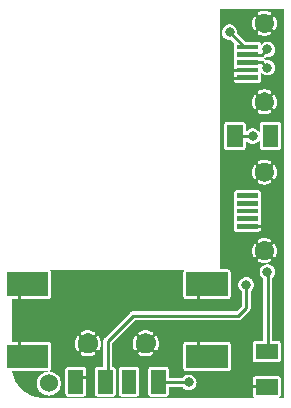
<source format=gbr>
G04 start of page 2 for group 0 idx 0 *
G04 Title: (unknown), top *
G04 Creator: pcb 4.2.0 *
G04 CreationDate: Fri Feb 14 14:13:11 2020 UTC *
G04 For: blinken *
G04 Format: Gerber/RS-274X *
G04 PCB-Dimensions (mm): 65.00 56.00 *
G04 PCB-Coordinate-Origin: lower left *
%MOMM*%
%FSLAX43Y43*%
%LNTOP*%
%ADD20C,1.500*%
%ADD19C,1.300*%
%ADD18C,0.965*%
%ADD17C,0.400*%
%ADD16C,1.524*%
%ADD15C,0.800*%
%ADD14C,1.700*%
%ADD13C,1.600*%
%ADD12C,0.254*%
%ADD11C,0.002*%
G54D11*G36*
X22917Y55500D02*X23700D01*
Y22550D01*
X22917D01*
Y22598D01*
X23240Y22598D01*
X23279Y22608D01*
X23316Y22623D01*
X23350Y22644D01*
X23380Y22670D01*
X23406Y22700D01*
X23427Y22734D01*
X23442Y22771D01*
X23452Y22810D01*
X23454Y22850D01*
X23452Y24190D01*
X23442Y24229D01*
X23427Y24266D01*
X23406Y24300D01*
X23380Y24330D01*
X23350Y24356D01*
X23316Y24377D01*
X23279Y24392D01*
X23240Y24402D01*
X23200Y24404D01*
X22917Y24404D01*
Y25598D01*
X23240Y25598D01*
X23279Y25608D01*
X23316Y25623D01*
X23350Y25644D01*
X23380Y25670D01*
X23406Y25700D01*
X23427Y25734D01*
X23442Y25771D01*
X23452Y25810D01*
X23454Y25850D01*
X23452Y27190D01*
X23442Y27229D01*
X23427Y27266D01*
X23406Y27300D01*
X23380Y27330D01*
X23350Y27356D01*
X23316Y27377D01*
X23279Y27392D01*
X23240Y27402D01*
X23200Y27404D01*
X22917Y27404D01*
Y33031D01*
X22924Y33047D01*
X22948Y33147D01*
X22954Y33250D01*
X22948Y33353D01*
X22924Y33453D01*
X22917Y33469D01*
Y34484D01*
X22929Y34490D01*
X22945Y34503D01*
X22958Y34517D01*
X22969Y34534D01*
X23014Y34621D01*
X23050Y34713D01*
X23077Y34807D01*
X23095Y34903D01*
X23104Y35001D01*
Y35099D01*
X23095Y35197D01*
X23077Y35293D01*
X23050Y35387D01*
X23014Y35479D01*
X22970Y35566D01*
X22959Y35583D01*
X22945Y35598D01*
X22930Y35610D01*
X22917Y35617D01*
Y41134D01*
X22929Y41140D01*
X22945Y41153D01*
X22958Y41167D01*
X22969Y41184D01*
X23014Y41271D01*
X23050Y41363D01*
X23077Y41457D01*
X23095Y41553D01*
X23104Y41651D01*
Y41749D01*
X23095Y41847D01*
X23077Y41943D01*
X23050Y42037D01*
X23014Y42129D01*
X22970Y42216D01*
X22959Y42233D01*
X22945Y42248D01*
X22930Y42260D01*
X22917Y42267D01*
Y43548D01*
X23240Y43548D01*
X23279Y43558D01*
X23316Y43573D01*
X23350Y43594D01*
X23380Y43620D01*
X23406Y43650D01*
X23427Y43684D01*
X23442Y43721D01*
X23452Y43760D01*
X23454Y43800D01*
X23452Y45740D01*
X23442Y45779D01*
X23427Y45816D01*
X23406Y45850D01*
X23380Y45880D01*
X23350Y45906D01*
X23316Y45927D01*
X23279Y45942D01*
X23240Y45952D01*
X23200Y45954D01*
X22917Y45953D01*
Y47084D01*
X22929Y47090D01*
X22945Y47103D01*
X22958Y47117D01*
X22969Y47134D01*
X23014Y47221D01*
X23050Y47313D01*
X23077Y47407D01*
X23095Y47503D01*
X23104Y47601D01*
Y47699D01*
X23095Y47797D01*
X23077Y47893D01*
X23050Y47987D01*
X23014Y48079D01*
X22970Y48166D01*
X22959Y48183D01*
X22945Y48198D01*
X22930Y48210D01*
X22917Y48217D01*
Y50331D01*
X22924Y50347D01*
X22948Y50447D01*
X22954Y50550D01*
X22948Y50653D01*
X22924Y50753D01*
X22917Y50769D01*
Y51881D01*
X22924Y51897D01*
X22948Y51997D01*
X22954Y52100D01*
X22948Y52203D01*
X22924Y52303D01*
X22917Y52319D01*
Y53734D01*
X22929Y53740D01*
X22945Y53753D01*
X22958Y53767D01*
X22969Y53784D01*
X23014Y53871D01*
X23050Y53963D01*
X23077Y54057D01*
X23095Y54153D01*
X23104Y54251D01*
Y54349D01*
X23095Y54447D01*
X23077Y54543D01*
X23050Y54637D01*
X23014Y54729D01*
X22970Y54816D01*
X22959Y54833D01*
X22945Y54848D01*
X22930Y54860D01*
X22917Y54867D01*
Y55500D01*
G37*
G36*
Y50769D02*X22885Y50848D01*
X22831Y50936D01*
X22764Y51014D01*
X22686Y51081D01*
X22598Y51135D01*
X22503Y51174D01*
X22403Y51198D01*
X22300Y51206D01*
X22197Y51198D01*
X22192Y51197D01*
X22130Y51259D01*
X22120Y51270D01*
X22075Y51309D01*
X22050Y51324D01*
Y51326D01*
X22075Y51341D01*
X22120Y51380D01*
X22130Y51391D01*
X22192Y51453D01*
X22197Y51452D01*
X22300Y51444D01*
X22403Y51452D01*
X22503Y51476D01*
X22598Y51515D01*
X22686Y51569D01*
X22764Y51636D01*
X22831Y51714D01*
X22885Y51802D01*
X22917Y51881D01*
Y50769D01*
G37*
G36*
Y45953D02*X22050Y45952D01*
Y46596D01*
X22099D01*
X22197Y46605D01*
X22293Y46623D01*
X22387Y46650D01*
X22479Y46686D01*
X22566Y46730D01*
X22583Y46741D01*
X22598Y46755D01*
X22610Y46770D01*
X22620Y46788D01*
X22627Y46807D01*
X22631Y46827D01*
X22632Y46847D01*
X22629Y46867D01*
X22624Y46886D01*
X22616Y46904D01*
X22604Y46921D01*
X22591Y46936D01*
X22575Y46948D01*
X22557Y46958D01*
X22538Y46965D01*
X22519Y46969D01*
X22499Y46970D01*
X22479Y46967D01*
X22459Y46962D01*
X22441Y46953D01*
X22375Y46919D01*
X22306Y46892D01*
X22234Y46872D01*
X22161Y46858D01*
X22087Y46851D01*
X22050D01*
Y48449D01*
X22087D01*
X22161Y48442D01*
X22234Y48428D01*
X22306Y48408D01*
X22375Y48381D01*
X22442Y48348D01*
X22459Y48339D01*
X22479Y48333D01*
X22499Y48331D01*
X22519Y48332D01*
X22538Y48336D01*
X22557Y48343D01*
X22574Y48352D01*
X22590Y48365D01*
X22604Y48379D01*
X22615Y48396D01*
X22623Y48414D01*
X22629Y48433D01*
X22631Y48453D01*
X22630Y48473D01*
X22626Y48493D01*
X22619Y48512D01*
X22610Y48529D01*
X22597Y48545D01*
X22583Y48558D01*
X22566Y48569D01*
X22479Y48614D01*
X22387Y48650D01*
X22293Y48677D01*
X22197Y48695D01*
X22099Y48704D01*
X22050D01*
Y49945D01*
X22097Y49926D01*
X22197Y49902D01*
X22300Y49894D01*
X22403Y49902D01*
X22503Y49926D01*
X22598Y49965D01*
X22686Y50019D01*
X22764Y50086D01*
X22831Y50164D01*
X22885Y50252D01*
X22917Y50331D01*
Y48217D01*
X22912Y48220D01*
X22893Y48227D01*
X22873Y48231D01*
X22853Y48232D01*
X22833Y48229D01*
X22814Y48224D01*
X22796Y48216D01*
X22779Y48204D01*
X22764Y48191D01*
X22752Y48175D01*
X22742Y48157D01*
X22735Y48138D01*
X22731Y48119D01*
X22730Y48099D01*
X22733Y48079D01*
X22738Y48059D01*
X22747Y48041D01*
X22781Y47975D01*
X22808Y47906D01*
X22828Y47834D01*
X22842Y47761D01*
X22849Y47687D01*
Y47613D01*
X22842Y47539D01*
X22828Y47466D01*
X22808Y47394D01*
X22781Y47325D01*
X22748Y47258D01*
X22739Y47241D01*
X22733Y47221D01*
X22731Y47201D01*
X22732Y47181D01*
X22736Y47162D01*
X22743Y47143D01*
X22752Y47126D01*
X22765Y47110D01*
X22779Y47096D01*
X22796Y47085D01*
X22814Y47077D01*
X22833Y47071D01*
X22853Y47069D01*
X22873Y47070D01*
X22893Y47074D01*
X22912Y47081D01*
X22917Y47084D01*
Y45953D01*
G37*
G36*
Y33469D02*X22885Y33548D01*
X22831Y33636D01*
X22764Y33714D01*
X22686Y33781D01*
X22598Y33835D01*
X22503Y33874D01*
X22403Y33898D01*
X22300Y33906D01*
X22197Y33898D01*
X22097Y33874D01*
X22050Y33855D01*
Y33996D01*
X22099D01*
X22197Y34005D01*
X22293Y34023D01*
X22387Y34050D01*
X22479Y34086D01*
X22566Y34130D01*
X22583Y34141D01*
X22598Y34155D01*
X22610Y34170D01*
X22620Y34188D01*
X22627Y34207D01*
X22631Y34227D01*
X22632Y34247D01*
X22629Y34267D01*
X22624Y34286D01*
X22616Y34304D01*
X22604Y34321D01*
X22591Y34336D01*
X22575Y34348D01*
X22557Y34358D01*
X22538Y34365D01*
X22519Y34369D01*
X22499Y34370D01*
X22479Y34367D01*
X22459Y34362D01*
X22441Y34353D01*
X22375Y34319D01*
X22306Y34292D01*
X22234Y34272D01*
X22161Y34258D01*
X22087Y34251D01*
X22050D01*
Y35849D01*
X22087D01*
X22161Y35842D01*
X22234Y35828D01*
X22306Y35808D01*
X22375Y35781D01*
X22442Y35748D01*
X22459Y35739D01*
X22479Y35733D01*
X22499Y35731D01*
X22519Y35732D01*
X22538Y35736D01*
X22557Y35743D01*
X22574Y35752D01*
X22590Y35765D01*
X22604Y35779D01*
X22615Y35796D01*
X22623Y35814D01*
X22629Y35833D01*
X22631Y35853D01*
X22630Y35873D01*
X22626Y35893D01*
X22619Y35912D01*
X22610Y35929D01*
X22597Y35945D01*
X22583Y35958D01*
X22566Y35969D01*
X22479Y36014D01*
X22387Y36050D01*
X22293Y36077D01*
X22197Y36095D01*
X22099Y36104D01*
X22050D01*
Y40646D01*
X22099D01*
X22197Y40655D01*
X22293Y40673D01*
X22387Y40700D01*
X22479Y40736D01*
X22566Y40780D01*
X22583Y40791D01*
X22598Y40805D01*
X22610Y40820D01*
X22620Y40838D01*
X22627Y40857D01*
X22631Y40877D01*
X22632Y40897D01*
X22629Y40917D01*
X22624Y40936D01*
X22616Y40954D01*
X22604Y40971D01*
X22591Y40986D01*
X22575Y40998D01*
X22557Y41008D01*
X22538Y41015D01*
X22519Y41019D01*
X22499Y41020D01*
X22479Y41017D01*
X22459Y41012D01*
X22441Y41003D01*
X22375Y40969D01*
X22306Y40942D01*
X22234Y40922D01*
X22161Y40908D01*
X22087Y40901D01*
X22050D01*
Y42499D01*
X22087D01*
X22161Y42492D01*
X22234Y42478D01*
X22306Y42458D01*
X22375Y42431D01*
X22442Y42398D01*
X22459Y42389D01*
X22479Y42383D01*
X22499Y42381D01*
X22519Y42382D01*
X22538Y42386D01*
X22557Y42393D01*
X22574Y42402D01*
X22590Y42415D01*
X22604Y42429D01*
X22615Y42446D01*
X22623Y42464D01*
X22629Y42483D01*
X22631Y42503D01*
X22630Y42523D01*
X22626Y42543D01*
X22619Y42562D01*
X22610Y42579D01*
X22597Y42595D01*
X22583Y42608D01*
X22566Y42619D01*
X22479Y42664D01*
X22387Y42700D01*
X22293Y42727D01*
X22197Y42745D01*
X22099Y42754D01*
X22050D01*
Y43546D01*
X22917Y43548D01*
Y42267D01*
X22912Y42270D01*
X22893Y42277D01*
X22873Y42281D01*
X22853Y42282D01*
X22833Y42279D01*
X22814Y42274D01*
X22796Y42266D01*
X22779Y42254D01*
X22764Y42241D01*
X22752Y42225D01*
X22742Y42207D01*
X22735Y42188D01*
X22731Y42169D01*
X22730Y42149D01*
X22733Y42129D01*
X22738Y42109D01*
X22747Y42091D01*
X22781Y42025D01*
X22808Y41956D01*
X22828Y41884D01*
X22842Y41811D01*
X22849Y41737D01*
Y41663D01*
X22842Y41589D01*
X22828Y41516D01*
X22808Y41444D01*
X22781Y41375D01*
X22748Y41308D01*
X22739Y41291D01*
X22733Y41271D01*
X22731Y41251D01*
X22732Y41231D01*
X22736Y41212D01*
X22743Y41193D01*
X22752Y41176D01*
X22765Y41160D01*
X22779Y41146D01*
X22796Y41135D01*
X22814Y41127D01*
X22833Y41121D01*
X22853Y41119D01*
X22873Y41120D01*
X22893Y41124D01*
X22912Y41131D01*
X22917Y41134D01*
Y35617D01*
X22912Y35620D01*
X22893Y35627D01*
X22873Y35631D01*
X22853Y35632D01*
X22833Y35629D01*
X22814Y35624D01*
X22796Y35616D01*
X22779Y35604D01*
X22764Y35591D01*
X22752Y35575D01*
X22742Y35557D01*
X22735Y35538D01*
X22731Y35519D01*
X22730Y35499D01*
X22733Y35479D01*
X22738Y35459D01*
X22747Y35441D01*
X22781Y35375D01*
X22808Y35306D01*
X22828Y35234D01*
X22842Y35161D01*
X22849Y35087D01*
Y35013D01*
X22842Y34939D01*
X22828Y34866D01*
X22808Y34794D01*
X22781Y34725D01*
X22748Y34658D01*
X22739Y34641D01*
X22733Y34621D01*
X22731Y34601D01*
X22732Y34581D01*
X22736Y34562D01*
X22743Y34543D01*
X22752Y34526D01*
X22765Y34510D01*
X22779Y34496D01*
X22796Y34485D01*
X22814Y34477D01*
X22833Y34471D01*
X22853Y34469D01*
X22873Y34470D01*
X22893Y34474D01*
X22912Y34481D01*
X22917Y34484D01*
Y33469D01*
G37*
G36*
Y27404D02*X22731Y27403D01*
Y32758D01*
X22764Y32786D01*
X22831Y32864D01*
X22885Y32952D01*
X22917Y33031D01*
Y27404D01*
G37*
G36*
Y24404D02*X22050Y24403D01*
Y25597D01*
X22917Y25598D01*
Y24404D01*
G37*
G36*
Y22550D02*X22050D01*
Y22597D01*
X22917Y22598D01*
Y22550D01*
G37*
G36*
X22050Y55500D02*X22917D01*
Y54867D01*
X22912Y54870D01*
X22893Y54877D01*
X22873Y54881D01*
X22853Y54882D01*
X22833Y54879D01*
X22814Y54874D01*
X22796Y54866D01*
X22779Y54854D01*
X22764Y54841D01*
X22752Y54825D01*
X22742Y54807D01*
X22735Y54788D01*
X22731Y54769D01*
X22730Y54749D01*
X22733Y54729D01*
X22738Y54709D01*
X22747Y54691D01*
X22781Y54625D01*
X22808Y54556D01*
X22828Y54484D01*
X22842Y54411D01*
X22849Y54337D01*
Y54263D01*
X22842Y54189D01*
X22828Y54116D01*
X22808Y54044D01*
X22781Y53975D01*
X22748Y53908D01*
X22739Y53891D01*
X22733Y53871D01*
X22731Y53851D01*
X22732Y53831D01*
X22736Y53812D01*
X22743Y53793D01*
X22752Y53776D01*
X22765Y53760D01*
X22779Y53746D01*
X22796Y53735D01*
X22814Y53727D01*
X22833Y53721D01*
X22853Y53719D01*
X22873Y53720D01*
X22893Y53724D01*
X22912Y53731D01*
X22917Y53734D01*
Y52319D01*
X22885Y52398D01*
X22831Y52486D01*
X22764Y52564D01*
X22686Y52631D01*
X22598Y52685D01*
X22503Y52724D01*
X22403Y52748D01*
X22300Y52756D01*
X22197Y52748D01*
X22097Y52724D01*
X22050Y52705D01*
Y53246D01*
X22099D01*
X22197Y53255D01*
X22293Y53273D01*
X22387Y53300D01*
X22479Y53336D01*
X22566Y53380D01*
X22583Y53391D01*
X22598Y53405D01*
X22610Y53420D01*
X22620Y53438D01*
X22627Y53457D01*
X22631Y53477D01*
X22632Y53497D01*
X22629Y53517D01*
X22624Y53536D01*
X22616Y53554D01*
X22604Y53571D01*
X22591Y53586D01*
X22575Y53598D01*
X22557Y53608D01*
X22538Y53615D01*
X22519Y53619D01*
X22499Y53620D01*
X22479Y53617D01*
X22459Y53612D01*
X22441Y53603D01*
X22375Y53569D01*
X22306Y53542D01*
X22234Y53522D01*
X22161Y53508D01*
X22087Y53501D01*
X22050D01*
Y55099D01*
X22087D01*
X22161Y55092D01*
X22234Y55078D01*
X22306Y55058D01*
X22375Y55031D01*
X22442Y54998D01*
X22459Y54989D01*
X22479Y54983D01*
X22499Y54981D01*
X22519Y54982D01*
X22538Y54986D01*
X22557Y54993D01*
X22574Y55002D01*
X22590Y55015D01*
X22604Y55029D01*
X22615Y55046D01*
X22623Y55064D01*
X22629Y55083D01*
X22631Y55103D01*
X22630Y55123D01*
X22626Y55143D01*
X22619Y55162D01*
X22610Y55179D01*
X22597Y55195D01*
X22583Y55208D01*
X22566Y55219D01*
X22479Y55264D01*
X22387Y55300D01*
X22293Y55327D01*
X22197Y55345D01*
X22099Y55354D01*
X22050D01*
Y55500D01*
G37*
G36*
Y51324D02*X22049Y51325D01*
X22050Y51326D01*
Y51324D01*
G37*
G36*
Y45952D02*X21860Y45952D01*
X21821Y45942D01*
X21784Y45927D01*
X21750Y45906D01*
X21720Y45880D01*
X21694Y45850D01*
X21673Y45816D01*
X21658Y45779D01*
X21648Y45740D01*
X21646Y45700D01*
X21647Y45018D01*
X21635Y45048D01*
X21581Y45136D01*
X21514Y45214D01*
X21436Y45281D01*
X21348Y45335D01*
X21253Y45374D01*
X21183Y45391D01*
Y47083D01*
X21188Y47080D01*
X21207Y47073D01*
X21227Y47069D01*
X21247Y47068D01*
X21267Y47071D01*
X21286Y47076D01*
X21304Y47084D01*
X21321Y47096D01*
X21336Y47109D01*
X21348Y47125D01*
X21358Y47143D01*
X21365Y47162D01*
X21369Y47181D01*
X21370Y47201D01*
X21367Y47221D01*
X21362Y47241D01*
X21353Y47259D01*
X21319Y47325D01*
X21292Y47394D01*
X21272Y47466D01*
X21258Y47539D01*
X21251Y47613D01*
Y47687D01*
X21258Y47761D01*
X21272Y47834D01*
X21292Y47906D01*
X21319Y47975D01*
X21352Y48042D01*
X21361Y48059D01*
X21367Y48079D01*
X21369Y48099D01*
X21368Y48119D01*
X21364Y48138D01*
X21357Y48157D01*
X21348Y48174D01*
X21335Y48190D01*
X21321Y48204D01*
X21304Y48215D01*
X21286Y48223D01*
X21267Y48229D01*
X21247Y48231D01*
X21227Y48230D01*
X21207Y48226D01*
X21188Y48219D01*
X21183Y48216D01*
Y49248D01*
X21540Y49248D01*
X21579Y49258D01*
X21616Y49273D01*
X21650Y49294D01*
X21680Y49320D01*
X21706Y49350D01*
X21727Y49384D01*
X21742Y49421D01*
X21752Y49460D01*
X21754Y49500D01*
X21752Y49940D01*
X21742Y49979D01*
X21727Y50016D01*
X21721Y50025D01*
X21727Y50034D01*
X21742Y50071D01*
X21752Y50110D01*
X21754Y50150D01*
X21754Y50190D01*
X21769Y50164D01*
X21836Y50086D01*
X21914Y50019D01*
X22002Y49965D01*
X22050Y49945D01*
Y48704D01*
X22001D01*
X21903Y48695D01*
X21807Y48677D01*
X21713Y48650D01*
X21621Y48614D01*
X21534Y48570D01*
X21517Y48559D01*
X21502Y48545D01*
X21490Y48530D01*
X21480Y48512D01*
X21473Y48493D01*
X21469Y48473D01*
X21468Y48453D01*
X21471Y48433D01*
X21476Y48414D01*
X21484Y48396D01*
X21496Y48379D01*
X21509Y48364D01*
X21525Y48352D01*
X21543Y48342D01*
X21562Y48335D01*
X21581Y48331D01*
X21601Y48330D01*
X21621Y48333D01*
X21641Y48338D01*
X21659Y48347D01*
X21725Y48381D01*
X21794Y48408D01*
X21866Y48428D01*
X21939Y48442D01*
X22013Y48449D01*
X22050D01*
Y46851D01*
X22013D01*
X21939Y46858D01*
X21866Y46872D01*
X21794Y46892D01*
X21725Y46919D01*
X21658Y46952D01*
X21641Y46961D01*
X21621Y46967D01*
X21601Y46969D01*
X21581Y46968D01*
X21562Y46964D01*
X21543Y46957D01*
X21526Y46948D01*
X21510Y46935D01*
X21496Y46921D01*
X21485Y46904D01*
X21477Y46886D01*
X21471Y46867D01*
X21469Y46847D01*
X21470Y46827D01*
X21474Y46807D01*
X21481Y46788D01*
X21490Y46771D01*
X21503Y46755D01*
X21517Y46742D01*
X21534Y46731D01*
X21621Y46686D01*
X21713Y46650D01*
X21807Y46623D01*
X21903Y46605D01*
X22001Y46596D01*
X22050D01*
Y45952D01*
G37*
G36*
X21183Y45391D02*X21153Y45398D01*
X21050Y45406D01*
X20947Y45398D01*
X20847Y45374D01*
X20752Y45335D01*
X20699Y45302D01*
Y49247D01*
X21183Y49248D01*
Y48216D01*
X21171Y48210D01*
X21155Y48197D01*
X21142Y48183D01*
X21131Y48166D01*
X21086Y48079D01*
X21050Y47987D01*
X21023Y47893D01*
X21005Y47797D01*
X20996Y47699D01*
Y47601D01*
X21005Y47503D01*
X21023Y47407D01*
X21050Y47313D01*
X21086Y47221D01*
X21130Y47134D01*
X21141Y47117D01*
X21155Y47102D01*
X21170Y47090D01*
X21183Y47083D01*
Y45391D01*
G37*
G36*
Y25624D02*X21184Y25623D01*
X21221Y25608D01*
X21260Y25598D01*
X21300Y25596D01*
X22050Y25597D01*
Y24403D01*
X21260Y24402D01*
X21221Y24392D01*
X21184Y24377D01*
X21183Y24376D01*
Y25624D01*
G37*
G36*
Y36648D02*X21540Y36648D01*
X21579Y36658D01*
X21616Y36673D01*
X21650Y36694D01*
X21680Y36720D01*
X21706Y36750D01*
X21727Y36784D01*
X21742Y36821D01*
X21752Y36860D01*
X21754Y36900D01*
X21752Y37340D01*
X21742Y37379D01*
X21727Y37416D01*
X21721Y37425D01*
X21727Y37434D01*
X21742Y37471D01*
X21752Y37510D01*
X21754Y37550D01*
X21752Y37990D01*
X21742Y38029D01*
X21727Y38066D01*
X21721Y38075D01*
X21727Y38084D01*
X21742Y38121D01*
X21752Y38160D01*
X21754Y38200D01*
X21752Y38640D01*
X21742Y38679D01*
X21727Y38716D01*
X21721Y38725D01*
X21727Y38734D01*
X21742Y38771D01*
X21752Y38810D01*
X21754Y38850D01*
X21752Y39290D01*
X21742Y39329D01*
X21727Y39366D01*
X21721Y39375D01*
X21727Y39384D01*
X21742Y39421D01*
X21752Y39460D01*
X21754Y39500D01*
X21752Y39940D01*
X21742Y39979D01*
X21727Y40016D01*
X21706Y40050D01*
X21680Y40080D01*
X21650Y40106D01*
X21616Y40127D01*
X21579Y40142D01*
X21540Y40152D01*
X21500Y40154D01*
X21183Y40154D01*
Y41133D01*
X21188Y41130D01*
X21207Y41123D01*
X21227Y41119D01*
X21247Y41118D01*
X21267Y41121D01*
X21286Y41126D01*
X21304Y41134D01*
X21321Y41146D01*
X21336Y41159D01*
X21348Y41175D01*
X21358Y41193D01*
X21365Y41212D01*
X21369Y41231D01*
X21370Y41251D01*
X21367Y41271D01*
X21362Y41291D01*
X21353Y41309D01*
X21319Y41375D01*
X21292Y41444D01*
X21272Y41516D01*
X21258Y41589D01*
X21251Y41663D01*
Y41737D01*
X21258Y41811D01*
X21272Y41884D01*
X21292Y41956D01*
X21319Y42025D01*
X21352Y42092D01*
X21361Y42109D01*
X21367Y42129D01*
X21369Y42149D01*
X21368Y42169D01*
X21364Y42188D01*
X21357Y42207D01*
X21348Y42224D01*
X21335Y42240D01*
X21321Y42254D01*
X21304Y42265D01*
X21286Y42273D01*
X21267Y42279D01*
X21247Y42281D01*
X21227Y42280D01*
X21207Y42276D01*
X21188Y42269D01*
X21183Y42266D01*
Y44109D01*
X21253Y44126D01*
X21348Y44165D01*
X21436Y44219D01*
X21514Y44286D01*
X21581Y44364D01*
X21635Y44452D01*
X21647Y44483D01*
X21648Y43760D01*
X21658Y43721D01*
X21673Y43684D01*
X21694Y43650D01*
X21720Y43620D01*
X21750Y43594D01*
X21784Y43573D01*
X21821Y43558D01*
X21860Y43548D01*
X21900Y43546D01*
X22050Y43546D01*
Y42754D01*
X22001D01*
X21903Y42745D01*
X21807Y42727D01*
X21713Y42700D01*
X21621Y42664D01*
X21534Y42620D01*
X21517Y42609D01*
X21502Y42595D01*
X21490Y42580D01*
X21480Y42562D01*
X21473Y42543D01*
X21469Y42523D01*
X21468Y42503D01*
X21471Y42483D01*
X21476Y42464D01*
X21484Y42446D01*
X21496Y42429D01*
X21509Y42414D01*
X21525Y42402D01*
X21543Y42392D01*
X21562Y42385D01*
X21581Y42381D01*
X21601Y42380D01*
X21621Y42383D01*
X21641Y42388D01*
X21659Y42397D01*
X21725Y42431D01*
X21794Y42458D01*
X21866Y42478D01*
X21939Y42492D01*
X22013Y42499D01*
X22050D01*
Y40901D01*
X22013D01*
X21939Y40908D01*
X21866Y40922D01*
X21794Y40942D01*
X21725Y40969D01*
X21658Y41002D01*
X21641Y41011D01*
X21621Y41017D01*
X21601Y41019D01*
X21581Y41018D01*
X21562Y41014D01*
X21543Y41007D01*
X21526Y40998D01*
X21510Y40985D01*
X21496Y40971D01*
X21485Y40954D01*
X21477Y40936D01*
X21471Y40917D01*
X21469Y40897D01*
X21470Y40877D01*
X21474Y40857D01*
X21481Y40838D01*
X21490Y40821D01*
X21503Y40805D01*
X21517Y40792D01*
X21534Y40781D01*
X21621Y40736D01*
X21713Y40700D01*
X21807Y40673D01*
X21903Y40655D01*
X22001Y40646D01*
X22050D01*
Y36104D01*
X22001D01*
X21903Y36095D01*
X21807Y36077D01*
X21713Y36050D01*
X21621Y36014D01*
X21534Y35970D01*
X21517Y35959D01*
X21502Y35945D01*
X21490Y35930D01*
X21480Y35912D01*
X21473Y35893D01*
X21469Y35873D01*
X21468Y35853D01*
X21471Y35833D01*
X21476Y35814D01*
X21484Y35796D01*
X21496Y35779D01*
X21509Y35764D01*
X21525Y35752D01*
X21543Y35742D01*
X21562Y35735D01*
X21581Y35731D01*
X21601Y35730D01*
X21621Y35733D01*
X21641Y35738D01*
X21659Y35747D01*
X21725Y35781D01*
X21794Y35808D01*
X21866Y35828D01*
X21939Y35842D01*
X22013Y35849D01*
X22050D01*
Y34251D01*
X22013D01*
X21939Y34258D01*
X21866Y34272D01*
X21794Y34292D01*
X21725Y34319D01*
X21658Y34352D01*
X21641Y34361D01*
X21621Y34367D01*
X21601Y34369D01*
X21581Y34368D01*
X21562Y34364D01*
X21543Y34357D01*
X21526Y34348D01*
X21510Y34335D01*
X21496Y34321D01*
X21485Y34304D01*
X21477Y34286D01*
X21471Y34267D01*
X21469Y34247D01*
X21470Y34227D01*
X21474Y34207D01*
X21481Y34188D01*
X21490Y34171D01*
X21503Y34155D01*
X21517Y34142D01*
X21534Y34131D01*
X21621Y34086D01*
X21713Y34050D01*
X21807Y34023D01*
X21903Y34005D01*
X22001Y33996D01*
X22050D01*
Y33855D01*
X22002Y33835D01*
X21914Y33781D01*
X21836Y33714D01*
X21769Y33636D01*
X21715Y33548D01*
X21676Y33453D01*
X21652Y33353D01*
X21644Y33250D01*
X21652Y33147D01*
X21676Y33047D01*
X21715Y32952D01*
X21769Y32864D01*
X21836Y32786D01*
X21914Y32719D01*
X21969Y32686D01*
Y27402D01*
X21260Y27402D01*
X21221Y27392D01*
X21184Y27377D01*
X21183Y27376D01*
Y34483D01*
X21188Y34480D01*
X21207Y34473D01*
X21227Y34469D01*
X21247Y34468D01*
X21267Y34471D01*
X21286Y34476D01*
X21304Y34484D01*
X21321Y34496D01*
X21336Y34509D01*
X21348Y34525D01*
X21358Y34543D01*
X21365Y34562D01*
X21369Y34581D01*
X21370Y34601D01*
X21367Y34621D01*
X21362Y34641D01*
X21353Y34659D01*
X21319Y34725D01*
X21292Y34794D01*
X21272Y34866D01*
X21258Y34939D01*
X21251Y35013D01*
Y35087D01*
X21258Y35161D01*
X21272Y35234D01*
X21292Y35306D01*
X21319Y35375D01*
X21352Y35442D01*
X21361Y35459D01*
X21367Y35479D01*
X21369Y35499D01*
X21368Y35519D01*
X21364Y35538D01*
X21357Y35557D01*
X21348Y35574D01*
X21335Y35590D01*
X21321Y35604D01*
X21304Y35615D01*
X21286Y35623D01*
X21267Y35629D01*
X21247Y35631D01*
X21227Y35630D01*
X21207Y35626D01*
X21188Y35619D01*
X21183Y35616D01*
Y36648D01*
G37*
G36*
X22050Y22550D02*X21183D01*
Y22624D01*
X21184Y22623D01*
X21221Y22608D01*
X21260Y22598D01*
X21300Y22596D01*
X22050Y22597D01*
Y22550D01*
G37*
G36*
X21183Y40154D02*X20699Y40153D01*
Y44198D01*
X20752Y44165D01*
X20847Y44126D01*
X20947Y44102D01*
X21050Y44094D01*
X21153Y44102D01*
X21183Y44109D01*
Y42266D01*
X21171Y42260D01*
X21155Y42247D01*
X21142Y42233D01*
X21131Y42216D01*
X21086Y42129D01*
X21050Y42037D01*
X21023Y41943D01*
X21005Y41847D01*
X20996Y41749D01*
Y41651D01*
X21005Y41553D01*
X21023Y41457D01*
X21050Y41363D01*
X21086Y41271D01*
X21130Y41184D01*
X21141Y41167D01*
X21155Y41152D01*
X21170Y41140D01*
X21183Y41133D01*
Y40154D01*
G37*
G36*
Y22550D02*X20699D01*
Y29860D01*
X20759Y29920D01*
X20770Y29930D01*
X20809Y29975D01*
X20809Y29975D01*
X20841Y30026D01*
X20863Y30082D01*
X20877Y30140D01*
X20882Y30200D01*
X20881Y30215D01*
Y31616D01*
X20886Y31619D01*
X20964Y31686D01*
X21031Y31764D01*
X21085Y31852D01*
X21124Y31947D01*
X21148Y32047D01*
X21154Y32150D01*
X21148Y32253D01*
X21124Y32353D01*
X21085Y32448D01*
X21031Y32536D01*
X20964Y32614D01*
X20886Y32681D01*
X20798Y32735D01*
X20703Y32774D01*
X20699Y32775D01*
Y36647D01*
X21183Y36648D01*
Y35616D01*
X21171Y35610D01*
X21155Y35597D01*
X21142Y35583D01*
X21131Y35566D01*
X21086Y35479D01*
X21050Y35387D01*
X21023Y35293D01*
X21005Y35197D01*
X20996Y35099D01*
Y35001D01*
X21005Y34903D01*
X21023Y34807D01*
X21050Y34713D01*
X21086Y34621D01*
X21130Y34534D01*
X21141Y34517D01*
X21155Y34502D01*
X21170Y34490D01*
X21183Y34483D01*
Y27376D01*
X21150Y27356D01*
X21120Y27330D01*
X21094Y27300D01*
X21073Y27266D01*
X21058Y27229D01*
X21048Y27190D01*
X21046Y27150D01*
X21048Y25810D01*
X21058Y25771D01*
X21073Y25734D01*
X21094Y25700D01*
X21120Y25670D01*
X21150Y25644D01*
X21183Y25624D01*
Y24376D01*
X21150Y24356D01*
X21120Y24330D01*
X21094Y24300D01*
X21073Y24266D01*
X21058Y24229D01*
X21048Y24190D01*
X21046Y24150D01*
X21048Y22810D01*
X21058Y22771D01*
X21073Y22734D01*
X21094Y22700D01*
X21120Y22670D01*
X21150Y22644D01*
X21183Y22624D01*
Y22550D01*
G37*
G36*
Y55500D02*X22050D01*
Y55354D01*
X22001D01*
X21903Y55345D01*
X21807Y55327D01*
X21713Y55300D01*
X21621Y55264D01*
X21534Y55220D01*
X21517Y55209D01*
X21502Y55195D01*
X21490Y55180D01*
X21480Y55162D01*
X21473Y55143D01*
X21469Y55123D01*
X21468Y55103D01*
X21471Y55083D01*
X21476Y55064D01*
X21484Y55046D01*
X21496Y55029D01*
X21509Y55014D01*
X21525Y55002D01*
X21543Y54992D01*
X21562Y54985D01*
X21581Y54981D01*
X21601Y54980D01*
X21621Y54983D01*
X21641Y54988D01*
X21659Y54997D01*
X21725Y55031D01*
X21794Y55058D01*
X21866Y55078D01*
X21939Y55092D01*
X22013Y55099D01*
X22050D01*
Y53501D01*
X22013D01*
X21939Y53508D01*
X21866Y53522D01*
X21794Y53542D01*
X21725Y53569D01*
X21658Y53602D01*
X21641Y53611D01*
X21621Y53617D01*
X21601Y53619D01*
X21581Y53618D01*
X21562Y53614D01*
X21543Y53607D01*
X21526Y53598D01*
X21510Y53585D01*
X21496Y53571D01*
X21485Y53554D01*
X21477Y53536D01*
X21471Y53517D01*
X21469Y53497D01*
X21470Y53477D01*
X21474Y53457D01*
X21481Y53438D01*
X21490Y53421D01*
X21503Y53405D01*
X21517Y53392D01*
X21534Y53381D01*
X21621Y53336D01*
X21713Y53300D01*
X21807Y53273D01*
X21903Y53255D01*
X22001Y53246D01*
X22050D01*
Y52705D01*
X22002Y52685D01*
X21914Y52631D01*
X21836Y52564D01*
X21769Y52486D01*
X21752Y52458D01*
X21752Y52540D01*
X21742Y52579D01*
X21727Y52616D01*
X21706Y52650D01*
X21680Y52680D01*
X21650Y52706D01*
X21616Y52727D01*
X21579Y52742D01*
X21540Y52752D01*
X21500Y52754D01*
X21183Y52754D01*
Y53733D01*
X21188Y53730D01*
X21207Y53723D01*
X21227Y53719D01*
X21247Y53718D01*
X21267Y53721D01*
X21286Y53726D01*
X21304Y53734D01*
X21321Y53746D01*
X21336Y53759D01*
X21348Y53775D01*
X21358Y53793D01*
X21365Y53812D01*
X21369Y53831D01*
X21370Y53851D01*
X21367Y53871D01*
X21362Y53891D01*
X21353Y53909D01*
X21319Y53975D01*
X21292Y54044D01*
X21272Y54116D01*
X21258Y54189D01*
X21251Y54263D01*
Y54337D01*
X21258Y54411D01*
X21272Y54484D01*
X21292Y54556D01*
X21319Y54625D01*
X21352Y54692D01*
X21361Y54709D01*
X21367Y54729D01*
X21369Y54749D01*
X21368Y54769D01*
X21364Y54788D01*
X21357Y54807D01*
X21348Y54824D01*
X21335Y54840D01*
X21321Y54854D01*
X21304Y54865D01*
X21286Y54873D01*
X21267Y54879D01*
X21247Y54881D01*
X21227Y54880D01*
X21207Y54876D01*
X21188Y54869D01*
X21183Y54866D01*
Y55500D01*
G37*
G36*
X20699D02*X21183D01*
Y54866D01*
X21171Y54860D01*
X21155Y54847D01*
X21142Y54833D01*
X21131Y54816D01*
X21086Y54729D01*
X21050Y54637D01*
X21023Y54543D01*
X21005Y54447D01*
X20996Y54349D01*
Y54251D01*
X21005Y54153D01*
X21023Y54057D01*
X21050Y53963D01*
X21086Y53871D01*
X21130Y53784D01*
X21141Y53767D01*
X21155Y53752D01*
X21170Y53740D01*
X21183Y53733D01*
Y52754D01*
X20699Y52753D01*
Y55500D01*
G37*
G36*
X17200Y29169D02*X19835D01*
X19850Y29168D01*
X19910Y29173D01*
X19910Y29173D01*
X19968Y29187D01*
X20024Y29209D01*
X20075Y29241D01*
X20120Y29280D01*
X20130Y29291D01*
X20699Y29860D01*
Y22550D01*
X17200D01*
Y24847D01*
X18990Y24848D01*
X19029Y24858D01*
X19066Y24873D01*
X19100Y24894D01*
X19130Y24920D01*
X19156Y24950D01*
X19177Y24984D01*
X19192Y25021D01*
X19202Y25060D01*
X19204Y25100D01*
X19202Y27140D01*
X19192Y27179D01*
X19177Y27216D01*
X19156Y27250D01*
X19130Y27280D01*
X19100Y27306D01*
X19066Y27327D01*
X19029Y27342D01*
X18990Y27352D01*
X18950Y27354D01*
X17200Y27353D01*
Y29169D01*
G37*
G36*
X12911D02*X17200D01*
Y27353D01*
X15410Y27352D01*
X15371Y27342D01*
X15334Y27327D01*
X15300Y27306D01*
X15270Y27280D01*
X15244Y27250D01*
X15223Y27216D01*
X15208Y27179D01*
X15198Y27140D01*
X15196Y27100D01*
X15198Y25060D01*
X15208Y25021D01*
X15223Y24984D01*
X15244Y24950D01*
X15270Y24920D01*
X15300Y24894D01*
X15334Y24873D01*
X15371Y24858D01*
X15410Y24848D01*
X15450Y24846D01*
X17200Y24847D01*
Y22550D01*
X12911D01*
Y22697D01*
X13740Y22698D01*
X13779Y22708D01*
X13816Y22723D01*
X13850Y22744D01*
X13880Y22770D01*
X13906Y22800D01*
X13927Y22834D01*
X13942Y22871D01*
X13952Y22910D01*
X13954Y22950D01*
X13953Y23519D01*
X15116D01*
X15119Y23514D01*
X15186Y23436D01*
X15264Y23369D01*
X15352Y23315D01*
X15447Y23276D01*
X15547Y23252D01*
X15650Y23244D01*
X15753Y23252D01*
X15853Y23276D01*
X15948Y23315D01*
X16036Y23369D01*
X16114Y23436D01*
X16181Y23514D01*
X16235Y23602D01*
X16274Y23697D01*
X16298Y23797D01*
X16304Y23900D01*
X16298Y24003D01*
X16274Y24103D01*
X16235Y24198D01*
X16181Y24286D01*
X16114Y24364D01*
X16036Y24431D01*
X15948Y24485D01*
X15853Y24524D01*
X15753Y24548D01*
X15650Y24556D01*
X15547Y24548D01*
X15447Y24524D01*
X15352Y24485D01*
X15264Y24431D01*
X15186Y24364D01*
X15119Y24286D01*
X15116Y24281D01*
X13952D01*
X13952Y24990D01*
X13942Y25029D01*
X13927Y25066D01*
X13906Y25100D01*
X13880Y25130D01*
X13850Y25156D01*
X13816Y25177D01*
X13779Y25192D01*
X13740Y25202D01*
X13700Y25204D01*
X12911Y25203D01*
Y26601D01*
X12914Y26603D01*
X12930Y26615D01*
X12944Y26630D01*
X12955Y26646D01*
X13001Y26731D01*
X13038Y26821D01*
X13067Y26913D01*
X13088Y27007D01*
X13101Y27103D01*
X13105Y27200D01*
X13101Y27297D01*
X13088Y27393D01*
X13067Y27487D01*
X13038Y27579D01*
X13001Y27669D01*
X12956Y27754D01*
X12945Y27771D01*
X12931Y27785D01*
X12915Y27798D01*
X12911Y27800D01*
Y29169D01*
G37*
G36*
X12000D02*X12911D01*
Y27800D01*
X12897Y27807D01*
X12878Y27814D01*
X12858Y27818D01*
X12838Y27818D01*
X12818Y27815D01*
X12799Y27810D01*
X12781Y27801D01*
X12764Y27790D01*
X12750Y27776D01*
X12738Y27760D01*
X12728Y27742D01*
X12721Y27723D01*
X12718Y27703D01*
X12717Y27683D01*
X12720Y27663D01*
X12726Y27644D01*
X12735Y27626D01*
X12770Y27560D01*
X12798Y27492D01*
X12821Y27421D01*
X12837Y27348D01*
X12847Y27274D01*
X12850Y27200D01*
X12847Y27126D01*
X12837Y27052D01*
X12821Y26979D01*
X12798Y26908D01*
X12770Y26840D01*
X12735Y26774D01*
X12726Y26756D01*
X12721Y26737D01*
X12718Y26717D01*
X12718Y26697D01*
X12722Y26677D01*
X12729Y26658D01*
X12738Y26641D01*
X12750Y26625D01*
X12765Y26611D01*
X12781Y26600D01*
X12799Y26591D01*
X12819Y26585D01*
X12838Y26583D01*
X12858Y26583D01*
X12878Y26587D01*
X12897Y26593D01*
X12911Y26601D01*
Y25203D01*
X12410Y25202D01*
X12371Y25192D01*
X12334Y25177D01*
X12300Y25156D01*
X12270Y25130D01*
X12244Y25100D01*
X12223Y25066D01*
X12208Y25029D01*
X12198Y24990D01*
X12196Y24950D01*
X12198Y22910D01*
X12208Y22871D01*
X12223Y22834D01*
X12244Y22800D01*
X12270Y22770D01*
X12300Y22744D01*
X12334Y22723D01*
X12371Y22708D01*
X12410Y22698D01*
X12450Y22696D01*
X12911Y22697D01*
Y22550D01*
X12000D01*
Y26095D01*
X12097Y26099D01*
X12193Y26112D01*
X12287Y26133D01*
X12379Y26162D01*
X12469Y26199D01*
X12554Y26244D01*
X12571Y26255D01*
X12585Y26269D01*
X12598Y26285D01*
X12607Y26303D01*
X12614Y26322D01*
X12618Y26342D01*
X12618Y26362D01*
X12615Y26382D01*
X12610Y26401D01*
X12601Y26419D01*
X12590Y26436D01*
X12576Y26450D01*
X12560Y26462D01*
X12542Y26472D01*
X12523Y26479D01*
X12503Y26482D01*
X12483Y26483D01*
X12463Y26480D01*
X12444Y26474D01*
X12426Y26465D01*
X12360Y26430D01*
X12292Y26402D01*
X12221Y26379D01*
X12148Y26363D01*
X12074Y26353D01*
X12000Y26350D01*
Y28050D01*
X12074Y28047D01*
X12148Y28037D01*
X12221Y28021D01*
X12292Y27998D01*
X12360Y27970D01*
X12426Y27935D01*
X12444Y27926D01*
X12463Y27921D01*
X12483Y27918D01*
X12503Y27918D01*
X12523Y27922D01*
X12542Y27929D01*
X12559Y27938D01*
X12575Y27950D01*
X12589Y27965D01*
X12600Y27981D01*
X12609Y27999D01*
X12615Y28019D01*
X12617Y28038D01*
X12617Y28058D01*
X12613Y28078D01*
X12607Y28097D01*
X12597Y28114D01*
X12585Y28130D01*
X12570Y28144D01*
X12554Y28155D01*
X12469Y28201D01*
X12379Y28238D01*
X12287Y28267D01*
X12193Y28288D01*
X12097Y28301D01*
X12000Y28305D01*
Y29169D01*
G37*
G36*
X18300Y55500D02*X20699D01*
Y52753D01*
X20436Y52753D01*
X19747Y53442D01*
X19748Y53447D01*
X19754Y53550D01*
X19748Y53653D01*
X19724Y53753D01*
X19685Y53848D01*
X19631Y53936D01*
X19564Y54014D01*
X19486Y54081D01*
X19398Y54135D01*
X19303Y54174D01*
X19203Y54198D01*
X19100Y54206D01*
X18997Y54198D01*
X18897Y54174D01*
X18802Y54135D01*
X18714Y54081D01*
X18636Y54014D01*
X18569Y53936D01*
X18515Y53848D01*
X18476Y53753D01*
X18452Y53653D01*
X18444Y53550D01*
X18452Y53447D01*
X18476Y53347D01*
X18515Y53252D01*
X18569Y53164D01*
X18636Y53086D01*
X18714Y53019D01*
X18802Y52965D01*
X18897Y52926D01*
X18997Y52902D01*
X19100Y52894D01*
X19203Y52902D01*
X19208Y52903D01*
X19482Y52630D01*
X19473Y52616D01*
X19458Y52579D01*
X19448Y52540D01*
X19446Y52500D01*
X19448Y52060D01*
X19458Y52021D01*
X19473Y51984D01*
X19479Y51975D01*
X19473Y51966D01*
X19458Y51929D01*
X19448Y51890D01*
X19446Y51850D01*
X19448Y51410D01*
X19458Y51371D01*
X19473Y51334D01*
X19479Y51325D01*
X19473Y51316D01*
X19458Y51279D01*
X19448Y51240D01*
X19446Y51200D01*
X19448Y50760D01*
X19458Y50721D01*
X19473Y50684D01*
X19479Y50675D01*
X19473Y50666D01*
X19458Y50629D01*
X19448Y50590D01*
X19446Y50550D01*
X19448Y50110D01*
X19458Y50071D01*
X19473Y50034D01*
X19479Y50025D01*
X19473Y50016D01*
X19458Y49979D01*
X19448Y49940D01*
X19446Y49900D01*
X19448Y49460D01*
X19458Y49421D01*
X19473Y49384D01*
X19494Y49350D01*
X19520Y49320D01*
X19550Y49294D01*
X19584Y49273D01*
X19621Y49258D01*
X19660Y49248D01*
X19700Y49246D01*
X20699Y49247D01*
Y45302D01*
X20664Y45281D01*
X20586Y45214D01*
X20519Y45136D01*
X20516Y45131D01*
X20453D01*
X20452Y45740D01*
X20442Y45779D01*
X20427Y45816D01*
X20406Y45850D01*
X20380Y45880D01*
X20350Y45906D01*
X20316Y45927D01*
X20279Y45942D01*
X20240Y45952D01*
X20200Y45954D01*
X18860Y45952D01*
X18821Y45942D01*
X18784Y45927D01*
X18750Y45906D01*
X18720Y45880D01*
X18694Y45850D01*
X18673Y45816D01*
X18658Y45779D01*
X18648Y45740D01*
X18646Y45700D01*
X18648Y43760D01*
X18658Y43721D01*
X18673Y43684D01*
X18694Y43650D01*
X18720Y43620D01*
X18750Y43594D01*
X18784Y43573D01*
X18821Y43558D01*
X18860Y43548D01*
X18900Y43546D01*
X20240Y43548D01*
X20279Y43558D01*
X20316Y43573D01*
X20350Y43594D01*
X20380Y43620D01*
X20406Y43650D01*
X20427Y43684D01*
X20442Y43721D01*
X20452Y43760D01*
X20454Y43800D01*
X20453Y44369D01*
X20516D01*
X20519Y44364D01*
X20586Y44286D01*
X20664Y44219D01*
X20699Y44198D01*
Y40153D01*
X19660Y40152D01*
X19621Y40142D01*
X19584Y40127D01*
X19550Y40106D01*
X19520Y40080D01*
X19494Y40050D01*
X19473Y40016D01*
X19458Y39979D01*
X19448Y39940D01*
X19446Y39900D01*
X19448Y39460D01*
X19458Y39421D01*
X19473Y39384D01*
X19479Y39375D01*
X19473Y39366D01*
X19458Y39329D01*
X19448Y39290D01*
X19446Y39250D01*
X19448Y38810D01*
X19458Y38771D01*
X19473Y38734D01*
X19479Y38725D01*
X19473Y38716D01*
X19458Y38679D01*
X19448Y38640D01*
X19446Y38600D01*
X19448Y38160D01*
X19458Y38121D01*
X19473Y38084D01*
X19479Y38075D01*
X19473Y38066D01*
X19458Y38029D01*
X19448Y37990D01*
X19446Y37950D01*
X19448Y37510D01*
X19458Y37471D01*
X19473Y37434D01*
X19479Y37425D01*
X19473Y37416D01*
X19458Y37379D01*
X19448Y37340D01*
X19446Y37300D01*
X19448Y36860D01*
X19458Y36821D01*
X19473Y36784D01*
X19494Y36750D01*
X19520Y36720D01*
X19550Y36694D01*
X19584Y36673D01*
X19621Y36658D01*
X19660Y36648D01*
X19700Y36646D01*
X20699Y36647D01*
Y32775D01*
X20603Y32798D01*
X20500Y32806D01*
X20397Y32798D01*
X20297Y32774D01*
X20202Y32735D01*
X20114Y32681D01*
X20036Y32614D01*
X19969Y32536D01*
X19915Y32448D01*
X19876Y32353D01*
X19852Y32253D01*
X19844Y32150D01*
X19852Y32047D01*
X19876Y31947D01*
X19915Y31852D01*
X19969Y31764D01*
X20036Y31686D01*
X20114Y31619D01*
X20119Y31616D01*
Y30358D01*
X19692Y29931D01*
X12000D01*
Y33450D01*
X15403D01*
X15371Y33442D01*
X15334Y33427D01*
X15300Y33406D01*
X15270Y33380D01*
X15244Y33350D01*
X15223Y33316D01*
X15208Y33279D01*
X15198Y33240D01*
X15196Y33200D01*
X15198Y31160D01*
X15208Y31121D01*
X15223Y31084D01*
X15244Y31050D01*
X15270Y31020D01*
X15300Y30994D01*
X15334Y30973D01*
X15371Y30958D01*
X15410Y30948D01*
X15450Y30946D01*
X18990Y30948D01*
X19029Y30958D01*
X19066Y30973D01*
X19100Y30994D01*
X19130Y31020D01*
X19156Y31050D01*
X19177Y31084D01*
X19192Y31121D01*
X19202Y31160D01*
X19204Y31200D01*
X19202Y33240D01*
X19192Y33279D01*
X19177Y33316D01*
X19156Y33350D01*
X19130Y33380D01*
X19100Y33406D01*
X19066Y33427D01*
X19029Y33442D01*
X18990Y33452D01*
X18950Y33454D01*
X18300Y33454D01*
Y55500D01*
G37*
G36*
X11089Y29150D02*X11108Y29169D01*
X12000D01*
Y28305D01*
X12000Y28305D01*
X11903Y28301D01*
X11807Y28288D01*
X11713Y28267D01*
X11621Y28238D01*
X11531Y28201D01*
X11446Y28156D01*
X11429Y28145D01*
X11415Y28131D01*
X11402Y28115D01*
X11393Y28097D01*
X11386Y28078D01*
X11382Y28058D01*
X11382Y28038D01*
X11385Y28018D01*
X11390Y27999D01*
X11399Y27981D01*
X11410Y27964D01*
X11424Y27950D01*
X11440Y27938D01*
X11458Y27928D01*
X11477Y27921D01*
X11497Y27918D01*
X11517Y27917D01*
X11537Y27920D01*
X11556Y27926D01*
X11574Y27935D01*
X11640Y27970D01*
X11708Y27998D01*
X11779Y28021D01*
X11852Y28037D01*
X11926Y28047D01*
X12000Y28050D01*
X12000Y28050D01*
Y26350D01*
X12000Y26350D01*
X11926Y26353D01*
X11852Y26363D01*
X11779Y26379D01*
X11708Y26402D01*
X11640Y26430D01*
X11574Y26465D01*
X11556Y26474D01*
X11537Y26479D01*
X11517Y26482D01*
X11497Y26482D01*
X11477Y26478D01*
X11458Y26471D01*
X11441Y26462D01*
X11425Y26450D01*
X11411Y26435D01*
X11400Y26419D01*
X11391Y26401D01*
X11385Y26381D01*
X11383Y26362D01*
X11383Y26342D01*
X11387Y26322D01*
X11393Y26303D01*
X11403Y26286D01*
X11415Y26270D01*
X11430Y26256D01*
X11446Y26245D01*
X11531Y26199D01*
X11621Y26162D01*
X11713Y26133D01*
X11807Y26112D01*
X11903Y26099D01*
X12000Y26095D01*
X12000Y26095D01*
Y22550D01*
X11089D01*
Y22698D01*
X11240Y22698D01*
X11279Y22708D01*
X11316Y22723D01*
X11350Y22744D01*
X11380Y22770D01*
X11406Y22800D01*
X11427Y22834D01*
X11442Y22871D01*
X11452Y22910D01*
X11454Y22950D01*
X11452Y24990D01*
X11442Y25029D01*
X11427Y25066D01*
X11406Y25100D01*
X11380Y25130D01*
X11350Y25156D01*
X11316Y25177D01*
X11279Y25192D01*
X11240Y25202D01*
X11200Y25204D01*
X11089Y25204D01*
Y26600D01*
X11103Y26593D01*
X11122Y26586D01*
X11142Y26582D01*
X11162Y26582D01*
X11182Y26585D01*
X11201Y26590D01*
X11219Y26599D01*
X11236Y26610D01*
X11250Y26624D01*
X11262Y26640D01*
X11272Y26658D01*
X11279Y26677D01*
X11282Y26697D01*
X11283Y26717D01*
X11280Y26737D01*
X11274Y26756D01*
X11265Y26774D01*
X11230Y26840D01*
X11202Y26908D01*
X11179Y26979D01*
X11163Y27052D01*
X11153Y27126D01*
X11150Y27200D01*
X11153Y27274D01*
X11163Y27348D01*
X11179Y27421D01*
X11202Y27492D01*
X11230Y27560D01*
X11265Y27626D01*
X11274Y27644D01*
X11279Y27663D01*
X11282Y27683D01*
X11282Y27703D01*
X11278Y27723D01*
X11271Y27742D01*
X11262Y27759D01*
X11250Y27775D01*
X11235Y27789D01*
X11219Y27800D01*
X11201Y27809D01*
X11181Y27815D01*
X11162Y27817D01*
X11142Y27817D01*
X11122Y27813D01*
X11103Y27807D01*
X11089Y27799D01*
Y29150D01*
G37*
G36*
X12000Y29931D02*X11089D01*
Y33450D01*
X12000D01*
Y29931D01*
G37*
G36*
X8011Y22696D02*X9240Y22698D01*
X9279Y22708D01*
X9316Y22723D01*
X9350Y22744D01*
X9380Y22770D01*
X9406Y22800D01*
X9427Y22834D01*
X9442Y22871D01*
X9452Y22910D01*
X9454Y22950D01*
X9452Y24990D01*
X9442Y25029D01*
X9427Y25066D01*
X9406Y25100D01*
X9380Y25130D01*
X9350Y25156D01*
X9316Y25177D01*
X9279Y25192D01*
X9240Y25202D01*
X9200Y25204D01*
X9181Y25204D01*
Y27242D01*
X11089Y29150D01*
Y27799D01*
X11086Y27797D01*
X11070Y27785D01*
X11056Y27770D01*
X11045Y27754D01*
X10999Y27669D01*
X10962Y27579D01*
X10933Y27487D01*
X10912Y27393D01*
X10899Y27297D01*
X10895Y27200D01*
X10899Y27103D01*
X10912Y27007D01*
X10933Y26913D01*
X10962Y26821D01*
X10999Y26731D01*
X11044Y26646D01*
X11055Y26629D01*
X11069Y26615D01*
X11085Y26602D01*
X11089Y26600D01*
Y25204D01*
X9910Y25202D01*
X9871Y25192D01*
X9834Y25177D01*
X9800Y25156D01*
X9770Y25130D01*
X9744Y25100D01*
X9723Y25066D01*
X9708Y25029D01*
X9698Y24990D01*
X9696Y24950D01*
X9698Y22910D01*
X9708Y22871D01*
X9723Y22834D01*
X9744Y22800D01*
X9770Y22770D01*
X9800Y22744D01*
X9834Y22723D01*
X9871Y22708D01*
X9910Y22698D01*
X9950Y22696D01*
X11089Y22698D01*
Y22550D01*
X8011D01*
Y22696D01*
G37*
G36*
X11089Y29931D02*X10965D01*
X10950Y29932D01*
X10890Y29927D01*
X10832Y29913D01*
X10776Y29891D01*
X10725Y29859D01*
X10725Y29859D01*
X10680Y29820D01*
X10670Y29809D01*
X8541Y27680D01*
X8530Y27670D01*
X8491Y27625D01*
X8459Y27574D01*
X8437Y27518D01*
X8423Y27460D01*
X8423Y27460D01*
X8418Y27400D01*
X8419Y27385D01*
Y25203D01*
X8011Y25202D01*
Y26601D01*
X8014Y26603D01*
X8030Y26615D01*
X8044Y26630D01*
X8055Y26646D01*
X8101Y26731D01*
X8138Y26821D01*
X8167Y26913D01*
X8188Y27007D01*
X8201Y27103D01*
X8205Y27200D01*
X8201Y27297D01*
X8188Y27393D01*
X8167Y27487D01*
X8138Y27579D01*
X8101Y27669D01*
X8056Y27754D01*
X8045Y27771D01*
X8031Y27785D01*
X8015Y27798D01*
X8011Y27800D01*
Y33450D01*
X11089D01*
Y29931D01*
G37*
G36*
X8011Y25202D02*X7910Y25202D01*
X7871Y25192D01*
X7834Y25177D01*
X7800Y25156D01*
X7770Y25130D01*
X7744Y25100D01*
X7723Y25066D01*
X7708Y25029D01*
X7698Y24990D01*
X7696Y24950D01*
X7698Y22910D01*
X7708Y22871D01*
X7723Y22834D01*
X7744Y22800D01*
X7770Y22770D01*
X7800Y22744D01*
X7834Y22723D01*
X7871Y22708D01*
X7910Y22698D01*
X7950Y22696D01*
X8011Y22696D01*
Y22550D01*
X7100D01*
Y26095D01*
X7197Y26099D01*
X7293Y26112D01*
X7387Y26133D01*
X7479Y26162D01*
X7569Y26199D01*
X7654Y26244D01*
X7671Y26255D01*
X7685Y26269D01*
X7698Y26285D01*
X7707Y26303D01*
X7714Y26322D01*
X7718Y26342D01*
X7718Y26362D01*
X7715Y26382D01*
X7710Y26401D01*
X7701Y26419D01*
X7690Y26436D01*
X7676Y26450D01*
X7660Y26462D01*
X7642Y26472D01*
X7623Y26479D01*
X7603Y26482D01*
X7583Y26483D01*
X7563Y26480D01*
X7544Y26474D01*
X7526Y26465D01*
X7460Y26430D01*
X7392Y26402D01*
X7321Y26379D01*
X7248Y26363D01*
X7174Y26353D01*
X7100Y26350D01*
Y28050D01*
X7174Y28047D01*
X7248Y28037D01*
X7321Y28021D01*
X7392Y27998D01*
X7460Y27970D01*
X7526Y27935D01*
X7544Y27926D01*
X7563Y27921D01*
X7583Y27918D01*
X7603Y27918D01*
X7623Y27922D01*
X7642Y27929D01*
X7659Y27938D01*
X7675Y27950D01*
X7689Y27965D01*
X7700Y27981D01*
X7709Y27999D01*
X7715Y28019D01*
X7717Y28038D01*
X7717Y28058D01*
X7713Y28078D01*
X7707Y28097D01*
X7697Y28114D01*
X7685Y28130D01*
X7670Y28144D01*
X7654Y28155D01*
X7569Y28201D01*
X7479Y28238D01*
X7387Y28267D01*
X7293Y28288D01*
X7197Y28301D01*
X7100Y28305D01*
Y33450D01*
X8011D01*
Y27800D01*
X7997Y27807D01*
X7978Y27814D01*
X7958Y27818D01*
X7938Y27818D01*
X7918Y27815D01*
X7899Y27810D01*
X7881Y27801D01*
X7864Y27790D01*
X7850Y27776D01*
X7838Y27760D01*
X7828Y27742D01*
X7821Y27723D01*
X7818Y27703D01*
X7817Y27683D01*
X7820Y27663D01*
X7826Y27644D01*
X7835Y27626D01*
X7870Y27560D01*
X7898Y27492D01*
X7921Y27421D01*
X7937Y27348D01*
X7947Y27274D01*
X7950Y27200D01*
X7947Y27126D01*
X7937Y27052D01*
X7921Y26979D01*
X7898Y26908D01*
X7870Y26840D01*
X7835Y26774D01*
X7826Y26756D01*
X7821Y26737D01*
X7818Y26717D01*
X7818Y26697D01*
X7822Y26677D01*
X7829Y26658D01*
X7838Y26641D01*
X7850Y26625D01*
X7865Y26611D01*
X7881Y26600D01*
X7899Y26591D01*
X7919Y26585D01*
X7938Y26583D01*
X7958Y26583D01*
X7978Y26587D01*
X7997Y26593D01*
X8011Y26601D01*
Y25202D01*
G37*
G36*
X7100Y22550D02*X6189D01*
Y22697D01*
X6740Y22698D01*
X6779Y22708D01*
X6816Y22723D01*
X6850Y22744D01*
X6880Y22770D01*
X6906Y22800D01*
X6927Y22834D01*
X6942Y22871D01*
X6952Y22910D01*
X6954Y22950D01*
X6952Y24990D01*
X6942Y25029D01*
X6927Y25066D01*
X6906Y25100D01*
X6880Y25130D01*
X6850Y25156D01*
X6816Y25177D01*
X6779Y25192D01*
X6740Y25202D01*
X6700Y25204D01*
X6189Y25203D01*
Y26600D01*
X6203Y26593D01*
X6222Y26586D01*
X6242Y26582D01*
X6262Y26582D01*
X6282Y26585D01*
X6301Y26590D01*
X6319Y26599D01*
X6336Y26610D01*
X6350Y26624D01*
X6362Y26640D01*
X6372Y26658D01*
X6379Y26677D01*
X6382Y26697D01*
X6383Y26717D01*
X6380Y26737D01*
X6374Y26756D01*
X6365Y26774D01*
X6330Y26840D01*
X6302Y26908D01*
X6279Y26979D01*
X6263Y27052D01*
X6253Y27126D01*
X6250Y27200D01*
X6253Y27274D01*
X6263Y27348D01*
X6279Y27421D01*
X6302Y27492D01*
X6330Y27560D01*
X6365Y27626D01*
X6374Y27644D01*
X6379Y27663D01*
X6382Y27683D01*
X6382Y27703D01*
X6378Y27723D01*
X6371Y27742D01*
X6362Y27759D01*
X6350Y27775D01*
X6335Y27789D01*
X6319Y27800D01*
X6301Y27809D01*
X6281Y27815D01*
X6262Y27817D01*
X6242Y27817D01*
X6222Y27813D01*
X6203Y27807D01*
X6189Y27799D01*
Y33450D01*
X7100D01*
Y28305D01*
X7100Y28305D01*
X7003Y28301D01*
X6907Y28288D01*
X6813Y28267D01*
X6721Y28238D01*
X6631Y28201D01*
X6546Y28156D01*
X6529Y28145D01*
X6515Y28131D01*
X6502Y28115D01*
X6493Y28097D01*
X6486Y28078D01*
X6482Y28058D01*
X6482Y28038D01*
X6485Y28018D01*
X6490Y27999D01*
X6499Y27981D01*
X6510Y27964D01*
X6524Y27950D01*
X6540Y27938D01*
X6558Y27928D01*
X6577Y27921D01*
X6597Y27918D01*
X6617Y27917D01*
X6637Y27920D01*
X6656Y27926D01*
X6674Y27935D01*
X6740Y27970D01*
X6808Y27998D01*
X6879Y28021D01*
X6952Y28037D01*
X7026Y28047D01*
X7100Y28050D01*
X7100Y28050D01*
Y26350D01*
X7100Y26350D01*
X7026Y26353D01*
X6952Y26363D01*
X6879Y26379D01*
X6808Y26402D01*
X6740Y26430D01*
X6674Y26465D01*
X6656Y26474D01*
X6637Y26479D01*
X6617Y26482D01*
X6597Y26482D01*
X6577Y26478D01*
X6558Y26471D01*
X6541Y26462D01*
X6525Y26450D01*
X6511Y26435D01*
X6500Y26419D01*
X6491Y26401D01*
X6485Y26381D01*
X6483Y26362D01*
X6483Y26342D01*
X6487Y26322D01*
X6493Y26303D01*
X6503Y26286D01*
X6515Y26270D01*
X6530Y26256D01*
X6546Y26245D01*
X6631Y26199D01*
X6721Y26162D01*
X6813Y26133D01*
X6907Y26112D01*
X7003Y26099D01*
X7100Y26095D01*
X7100Y26095D01*
Y22550D01*
G37*
G36*
X6189D02*X3798D01*
Y22781D01*
X3800Y22781D01*
X3959Y22793D01*
X4115Y22831D01*
X4263Y22892D01*
X4399Y22976D01*
X4521Y23079D01*
X4624Y23201D01*
X4708Y23337D01*
X4769Y23485D01*
X4807Y23641D01*
X4816Y23800D01*
X4807Y23959D01*
X4769Y24115D01*
X4708Y24263D01*
X4624Y24399D01*
X4521Y24521D01*
X4399Y24624D01*
X4263Y24708D01*
X4115Y24769D01*
X3959Y24807D01*
X3800Y24819D01*
X3798Y24819D01*
Y24850D01*
X3829Y24858D01*
X3866Y24873D01*
X3900Y24894D01*
X3930Y24920D01*
X3956Y24950D01*
X3977Y24984D01*
X3992Y25021D01*
X4002Y25060D01*
X4004Y25100D01*
X4002Y27140D01*
X3992Y27179D01*
X3977Y27216D01*
X3956Y27250D01*
X3930Y27280D01*
X3900Y27306D01*
X3866Y27327D01*
X3829Y27342D01*
X3798Y27350D01*
Y30950D01*
X3829Y30958D01*
X3866Y30973D01*
X3900Y30994D01*
X3930Y31020D01*
X3956Y31050D01*
X3977Y31084D01*
X3992Y31121D01*
X4002Y31160D01*
X4004Y31200D01*
X4002Y33240D01*
X3992Y33279D01*
X3977Y33316D01*
X3956Y33350D01*
X3930Y33380D01*
X3900Y33406D01*
X3866Y33427D01*
X3829Y33442D01*
X3798Y33450D01*
Y33450D01*
X6189D01*
Y27799D01*
X6186Y27797D01*
X6170Y27785D01*
X6156Y27770D01*
X6145Y27754D01*
X6099Y27669D01*
X6062Y27579D01*
X6033Y27487D01*
X6012Y27393D01*
X5999Y27297D01*
X5995Y27200D01*
X5999Y27103D01*
X6012Y27007D01*
X6033Y26913D01*
X6062Y26821D01*
X6099Y26731D01*
X6144Y26646D01*
X6155Y26629D01*
X6169Y26615D01*
X6185Y26602D01*
X6189Y26600D01*
Y25203D01*
X5410Y25202D01*
X5371Y25192D01*
X5334Y25177D01*
X5300Y25156D01*
X5270Y25130D01*
X5244Y25100D01*
X5223Y25066D01*
X5208Y25029D01*
X5198Y24990D01*
X5196Y24950D01*
X5198Y22910D01*
X5208Y22871D01*
X5223Y22834D01*
X5244Y22800D01*
X5270Y22770D01*
X5300Y22744D01*
X5334Y22723D01*
X5371Y22708D01*
X5410Y22698D01*
X5450Y22696D01*
X6189Y22697D01*
Y22550D01*
G37*
G36*
X3798Y33450D02*X3797Y33450D01*
X3798D01*
Y33450D01*
G37*
G36*
Y27350D02*X3790Y27352D01*
X3750Y27354D01*
X700Y27352D01*
Y30946D01*
X3790Y30948D01*
X3798Y30950D01*
Y27350D01*
G37*
G36*
Y22550D02*X3100D01*
X2400Y22700D01*
X1500Y23250D01*
X950Y24000D01*
X715Y24846D01*
X3790Y24848D01*
X3798Y24850D01*
Y24819D01*
X3641Y24807D01*
X3485Y24769D01*
X3337Y24708D01*
X3201Y24624D01*
X3079Y24521D01*
X2976Y24399D01*
X2892Y24263D01*
X2831Y24115D01*
X2793Y23959D01*
X2781Y23800D01*
X2793Y23641D01*
X2831Y23485D01*
X2892Y23337D01*
X2976Y23201D01*
X3079Y23079D01*
X3201Y22976D01*
X3337Y22892D01*
X3485Y22831D01*
X3641Y22793D01*
X3798Y22781D01*
Y22550D01*
G37*
G54D12*X20600Y37100D02*X21950D01*
X20750Y28550D02*X20750Y28550D01*
X20500Y32150D02*Y30200D01*
X19850Y29550D01*
X16450Y32200D02*Y30950D01*
X22350Y33250D02*Y26550D01*
X21950Y23500D02*X21900Y23550D01*
X20700D01*
X15650Y23900D02*X13100D01*
X8800Y27400D02*Y24200D01*
X8700Y24100D01*
X6075Y24325D02*X6975D01*
X7000Y24350D01*
X19850Y29550D02*X10950D01*
X8800Y27400D01*
X1250Y32200D02*Y30550D01*
Y26100D02*Y27700D01*
X16450Y26100D02*Y27550D01*
X21850Y51000D02*X22300Y50550D01*
X20600Y51000D02*X21850D01*
Y51650D02*X22300Y52100D01*
X19900Y51650D02*X21850D01*
X20350Y52300D02*X19100Y53550D01*
X20600Y52300D02*X20350D01*
X19550Y44750D02*X21050D01*
X19900Y50350D02*X19350D01*
X19900Y49700D02*X19300D01*
G54D13*X22050Y47650D03*
Y54300D03*
Y35050D03*
Y41700D03*
G54D14*X7100Y27200D03*
X12000D03*
G54D11*G36*
X19700Y37300D02*Y36900D01*
X21500D01*
Y37300D01*
X19700D01*
G37*
G36*
X11200Y24950D02*X9950D01*
Y22950D01*
X11200D01*
Y24950D01*
G37*
G36*
X13700D02*X12450D01*
Y22950D01*
X13700D01*
Y24950D01*
G37*
G36*
X15450Y33200D02*Y31200D01*
X18950D01*
Y33200D01*
X15450D01*
G37*
G36*
Y27100D02*Y25100D01*
X18950D01*
Y27100D01*
X15450D01*
G37*
G36*
X9200Y24950D02*X7950D01*
Y22950D01*
X9200D01*
Y24950D01*
G37*
G36*
X6700D02*X5450D01*
Y22950D01*
X6700D01*
Y24950D01*
G37*
G36*
X250Y27100D02*Y25100D01*
X3750D01*
Y27100D01*
X250D01*
G37*
G36*
Y33200D02*Y31200D01*
X3750D01*
Y33200D01*
X250D01*
G37*
G36*
X21300Y27150D02*Y25850D01*
X23200D01*
Y27150D01*
X21300D01*
G37*
G36*
Y24150D02*Y22850D01*
X23200D01*
Y24150D01*
X21300D01*
G37*
G36*
X19700Y49900D02*Y49500D01*
X21500D01*
Y49900D01*
X19700D01*
G37*
G36*
Y52500D02*Y52100D01*
X21500D01*
Y52500D01*
X19700D01*
G37*
G36*
Y50550D02*Y50150D01*
X21500D01*
Y50550D01*
X19700D01*
G37*
G36*
Y51200D02*Y50800D01*
X21500D01*
Y51200D01*
X19700D01*
G37*
G36*
Y51850D02*Y51450D01*
X21500D01*
Y51850D01*
X19700D01*
G37*
G36*
X20200Y45700D02*X18900D01*
Y43800D01*
X20200D01*
Y45700D01*
G37*
G36*
X23200D02*X21900D01*
Y43800D01*
X23200D01*
Y45700D01*
G37*
G36*
X19700Y39900D02*Y39500D01*
X21500D01*
Y39900D01*
X19700D01*
G37*
G36*
Y39250D02*Y38850D01*
X21500D01*
Y39250D01*
X19700D01*
G37*
G36*
Y37950D02*Y37550D01*
X21500D01*
Y37950D01*
X19700D01*
G37*
G36*
Y38600D02*Y38200D01*
X21500D01*
Y38600D01*
X19700D01*
G37*
G54D15*X22300Y33250D03*
X15650Y23900D03*
X10575Y23950D03*
X20500Y32150D03*
X22300Y52100D03*
X21050Y44750D03*
X22550D03*
X19100Y53550D03*
X22300Y50550D03*
G54D16*X3800Y23800D03*
G54D17*G54D18*G54D19*G54D20*M02*

</source>
